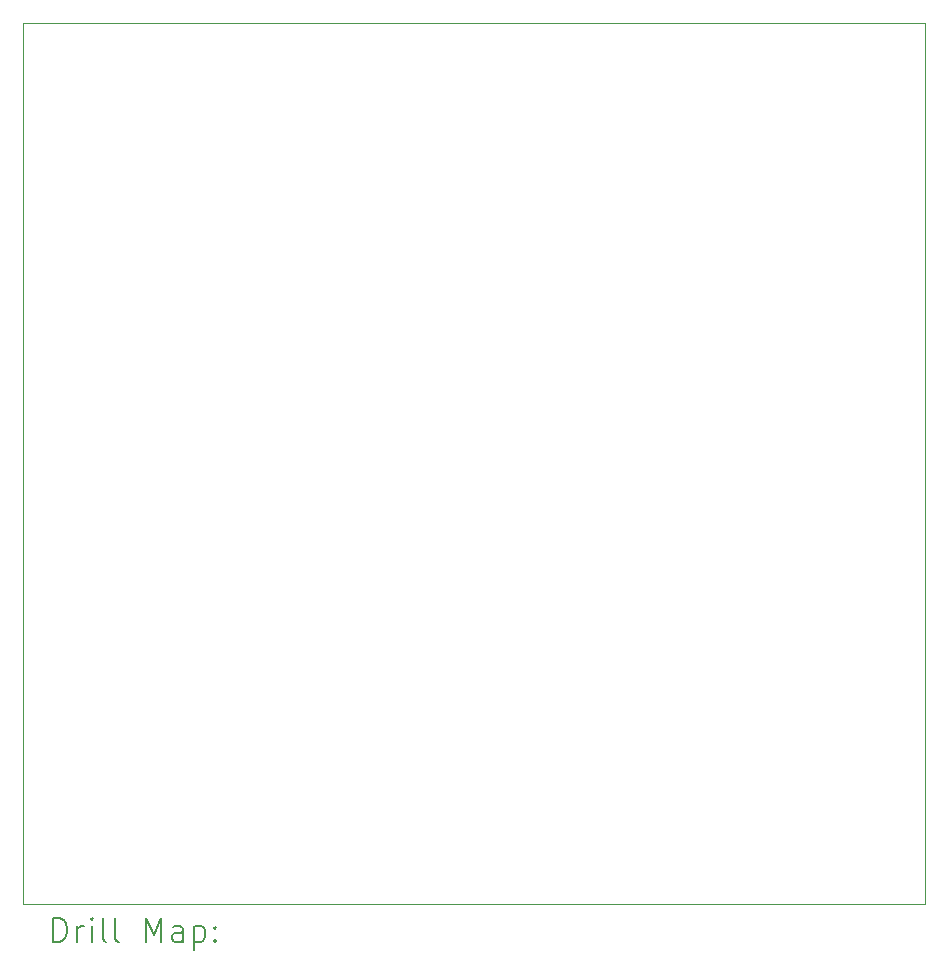
<source format=gbr>
%TF.GenerationSoftware,KiCad,Pcbnew,7.0.7*%
%TF.CreationDate,2023-12-28T09:15:23+02:00*%
%TF.ProjectId,AD3 Front End Amplifier,41443320-4672-46f6-9e74-20456e642041,rev?*%
%TF.SameCoordinates,Original*%
%TF.FileFunction,Drillmap*%
%TF.FilePolarity,Positive*%
%FSLAX45Y45*%
G04 Gerber Fmt 4.5, Leading zero omitted, Abs format (unit mm)*
G04 Created by KiCad (PCBNEW 7.0.7) date 2023-12-28 09:15:23*
%MOMM*%
%LPD*%
G01*
G04 APERTURE LIST*
%ADD10C,0.100000*%
%ADD11C,0.200000*%
G04 APERTURE END LIST*
D10*
X17489200Y-6223000D02*
X25127000Y-6223000D01*
X25127000Y-13683000D01*
X17489200Y-13683000D01*
X17489200Y-6223000D01*
D11*
X17744977Y-13999484D02*
X17744977Y-13799484D01*
X17744977Y-13799484D02*
X17792596Y-13799484D01*
X17792596Y-13799484D02*
X17821167Y-13809008D01*
X17821167Y-13809008D02*
X17840215Y-13828055D01*
X17840215Y-13828055D02*
X17849739Y-13847103D01*
X17849739Y-13847103D02*
X17859263Y-13885198D01*
X17859263Y-13885198D02*
X17859263Y-13913769D01*
X17859263Y-13913769D02*
X17849739Y-13951865D01*
X17849739Y-13951865D02*
X17840215Y-13970912D01*
X17840215Y-13970912D02*
X17821167Y-13989960D01*
X17821167Y-13989960D02*
X17792596Y-13999484D01*
X17792596Y-13999484D02*
X17744977Y-13999484D01*
X17944977Y-13999484D02*
X17944977Y-13866150D01*
X17944977Y-13904246D02*
X17954501Y-13885198D01*
X17954501Y-13885198D02*
X17964024Y-13875674D01*
X17964024Y-13875674D02*
X17983072Y-13866150D01*
X17983072Y-13866150D02*
X18002120Y-13866150D01*
X18068786Y-13999484D02*
X18068786Y-13866150D01*
X18068786Y-13799484D02*
X18059263Y-13809008D01*
X18059263Y-13809008D02*
X18068786Y-13818531D01*
X18068786Y-13818531D02*
X18078310Y-13809008D01*
X18078310Y-13809008D02*
X18068786Y-13799484D01*
X18068786Y-13799484D02*
X18068786Y-13818531D01*
X18192596Y-13999484D02*
X18173548Y-13989960D01*
X18173548Y-13989960D02*
X18164024Y-13970912D01*
X18164024Y-13970912D02*
X18164024Y-13799484D01*
X18297358Y-13999484D02*
X18278310Y-13989960D01*
X18278310Y-13989960D02*
X18268786Y-13970912D01*
X18268786Y-13970912D02*
X18268786Y-13799484D01*
X18525929Y-13999484D02*
X18525929Y-13799484D01*
X18525929Y-13799484D02*
X18592596Y-13942341D01*
X18592596Y-13942341D02*
X18659263Y-13799484D01*
X18659263Y-13799484D02*
X18659263Y-13999484D01*
X18840215Y-13999484D02*
X18840215Y-13894722D01*
X18840215Y-13894722D02*
X18830691Y-13875674D01*
X18830691Y-13875674D02*
X18811644Y-13866150D01*
X18811644Y-13866150D02*
X18773548Y-13866150D01*
X18773548Y-13866150D02*
X18754501Y-13875674D01*
X18840215Y-13989960D02*
X18821167Y-13999484D01*
X18821167Y-13999484D02*
X18773548Y-13999484D01*
X18773548Y-13999484D02*
X18754501Y-13989960D01*
X18754501Y-13989960D02*
X18744977Y-13970912D01*
X18744977Y-13970912D02*
X18744977Y-13951865D01*
X18744977Y-13951865D02*
X18754501Y-13932817D01*
X18754501Y-13932817D02*
X18773548Y-13923293D01*
X18773548Y-13923293D02*
X18821167Y-13923293D01*
X18821167Y-13923293D02*
X18840215Y-13913769D01*
X18935453Y-13866150D02*
X18935453Y-14066150D01*
X18935453Y-13875674D02*
X18954501Y-13866150D01*
X18954501Y-13866150D02*
X18992596Y-13866150D01*
X18992596Y-13866150D02*
X19011644Y-13875674D01*
X19011644Y-13875674D02*
X19021167Y-13885198D01*
X19021167Y-13885198D02*
X19030691Y-13904246D01*
X19030691Y-13904246D02*
X19030691Y-13961388D01*
X19030691Y-13961388D02*
X19021167Y-13980436D01*
X19021167Y-13980436D02*
X19011644Y-13989960D01*
X19011644Y-13989960D02*
X18992596Y-13999484D01*
X18992596Y-13999484D02*
X18954501Y-13999484D01*
X18954501Y-13999484D02*
X18935453Y-13989960D01*
X19116405Y-13980436D02*
X19125929Y-13989960D01*
X19125929Y-13989960D02*
X19116405Y-13999484D01*
X19116405Y-13999484D02*
X19106882Y-13989960D01*
X19106882Y-13989960D02*
X19116405Y-13980436D01*
X19116405Y-13980436D02*
X19116405Y-13999484D01*
X19116405Y-13875674D02*
X19125929Y-13885198D01*
X19125929Y-13885198D02*
X19116405Y-13894722D01*
X19116405Y-13894722D02*
X19106882Y-13885198D01*
X19106882Y-13885198D02*
X19116405Y-13875674D01*
X19116405Y-13875674D02*
X19116405Y-13894722D01*
M02*

</source>
